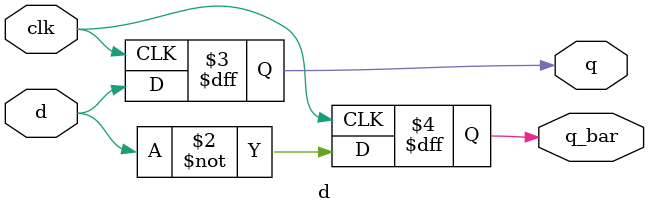
<source format=v>






//REG NO.: 16CO131
//       : 16CO207 


//ABSTRACT: THE FOLLOWING MINI PROJECT IMPLEMENTS A MINI ATM MACHINE BY TAKING THE INPUT AS A 4 BIT PIN AND IF THE PIN 
//          MATCHES THE PREFED CODE THE MACHINE ALLOWS YOU TO DEPOSIT OR WITHDRAW AND IF THE WRONG PIN IS FED FOR MORE THAN 3 TIMES 
//          THE PROCESS TERMINATES. FOR EVERY SUCCESSFULL TRANSACTION THE BALANCE IS ALSO DISPLAYED.


//FUNCTIONALITIES: 1. CHECKS IF THE PIN IS CORRECT:
//                                                 THE MACHINE VERIFIES IF THE PIN ENTERED BY THE USER MATCHES THE PREFED PIN . THIS FUNCIONALITY 
//                                                 IS VERIFIED BY USING A  4 BIT COMPARATOR. 
//                 2. IF THE WRONG PIN IS ENTERED FOR MORE THAN 3 TIMES:
//                                                                       THIS FUNCTIONALITY IS CHECKED BY USING A 4 BIT PARALLEL ADDER SUBTRACTOR
//                                                                       AND AGAIN A COMPARATOR IS USED TO CHECK IF IT IS MORE THAN 3 OR NOT .IF IT IS THEN IT IS INDICATED BY A SIGNAL.     
//                 3. DEPOSIT OPTION: 
//                                    A SELECT OPTION IS GIVEN IF WE WANT TO OPT FOR DEPOSIT OR WITHDRAWAL .
//                                    DEPOSIT FUNCTIONALITY ALLOWS THE USER TO DEPOSIT AN AMOUNT IN THE MACHINE AND IT REMEMBERS THE AMOUNT USING THE D FLIP FLOPS .
//                                    AND A PARALLEL ADDER SUBTRACTOR AGAIN TAKES CARE OF THE TOTAL BALANCE AND ALSO REMEMBERS FOR FURTHER USE.    
//                 4. WITHDRAWAL OPTION:
//                                      WITHDRAWAL FUNCTIONALITY ALLOWS USER TO WITHDRAW FROM THE MACHINE IF SUFFICIENT BALANCE IS PRESENT IN THE MACHINE .
//                                      ELSE IT GIVES AN ERROR SIGNAL INDICATING NO SUFFICIENT BALANCE. IN CASE OF SUCCESSFULL WITHDRAWAL THE BALANCE IS AGAIN GIVEN AS THE OUTPUT.  



//DESCRIPTION OF CODE: THE CODE CONCENTRATES ON THE ABOVE MENTIONED FUNCTIONALITIES.IT MAINLY HAS 4 COMPONENTS 
//                    1. 4 BIT MAGNITUDE COMPARATOR  2. 4 BIT PARALLEL ADDER SUBTRACTOR 3. MULTIPLEXER 4.D FLIP FLOPS
//                    THE CODE CHECKS IF THE PIN ENTERED BY USER AND PREFED PIN IS EQUAL OR NOT . IF IT IS THEN DEPENDING ON MUX SELECT LINES
//                    DEPOSIT AND WITHDRAWAL OPTION IS CHOSEN AND AGAIN DEPENDING ON THE WITHDRAWAL OR DEPOSIT THE BALANCE IS DISPLAYED AFTER ADDING THE AMOUNT OR SUBTRACTING THE AMOUNT.
//                    IF THE INPUT PIN AND PREFED PASSWORD ARE NOT EQUAL THEN A COUNT IS KEPT TO CHECK IF THE WRONG PIN IS NOT FED FOR MORE THAN 3 TIMES IF IT IS FED FOR 3 MORE THAN 3 TIMES THEN
//                    THE PROCESS IS TERMINATED.      



module main(bal,signal,wd,pin,sel,amt,clk,prefed,dout1,dout,less,greater ,equal);

	input [3:0]pin;       //INPUT PIN BY USER
	input [1:0]sel;       //SELECT LINES FOR MUX TO SELECT WITHDRAWAL OR DEPOSIT OPTION
	input [3:0]amt;       //INPUT AMOUNT TO BE DEPOSITED OR WITHDRAWED FROM MACHINE 
	input clk;            //CLOCK
	input [3:0]prefed;    //PREFED PIN WILL BE GIVEN IN TESTBENCH
	input [3:0]bal;       //BALANCE PRESENT IN THE MACHINE
	output signal;        //SIGNAL INDICATING IF WRONG INPUTS ARE 3 OR NOT  
	output wd;            //WITHDRAW SIGNAL INDICATING IF THE AMOUNT WE WANT TO WITHDRAW IS NOT POSSIBLE 
	output [3:0]dout;     // FINAL BALANCE TO BE OUTPUTTED
	output [3:0]dout1; 
	 output less ,greater,equal;

comparator a1(pin,prefed,less,equal,greater);         // COMPARING IF THE INPUT GIVEN BY THE USER IS SIMILAR TO THE PREFED PIN

adder_subtractor_4bit a2(4'b0000,4'b0001,1'b0,dout);  // A COUNTER TO CHECK IF THE NUMBER OF WRONG INPUTS IS LESS THEN 3

assign signal=4'b0001;
assign wd=1'b0;

adder_subtractor_4bit a3(amt,bal,1'b0,dout1);         // DEPOSIT AND WITHDRAWAL OF THE AMOUNT GIVEN BY THE USER


endmodule

module comparator(
    input [3:0]Data_in_A,               //input A
    input [3:0]Data_in_B,               //input B
    output less,                        //high when A is less than B
    output equal,                       //high when A is equal to B
     output greater                     //high when A is greater than B    
    );

     //Internal variables
     reg less;
     reg equal;
     reg greater;

    //When the inputs and A or B are changed execute this block
    always @(Data_in_A or Data_in_B)
     begin
        if(Data_in_A > Data_in_B)   begin              //check if A is bigger than B.
            less = 0;
            equal = 0;
            greater = 1;    end
        else if(Data_in_A == Data_in_B) begin          //Check if A is equal to B
            less = 0;
            equal = 1;
            greater = 0;    end
        else    begin                                 //Otherwise - check for A less than B.
            less = 1;
            equal = 0;
            greater =0;
        end 
    end
endmodule






module adder_subtractor_4bit ( a ,b , select ,dout );         // PARALLEL ADDER SUBTRACTOR

	output [3:0] dout ;

	input [3:0] a ;                                       // INPUT 1
	input [3:0] b ;                                       // INPUT 2
	input select ;                                        // SELECT LINE TO DECIDE IF THE COMPONET WORKS AS ADDER OR A SUBTRACTOR

	wire [2:0]s;
	wire [3:0]l;

	assign l = b ^ {select,select,select,select};

	full_adder u0 (a[0],l[0],select,dout[0],s[0]); // 4 FULL ADDERS PERFORMING THE OPERATION ON THE RESPECTIVE BITS INCLUDING THE CARRY BIT 
	full_adder u1 (a[1],l[1],s[0],dout[1],s[1]);
	full_adder u2 (a[2],l[2],s[1],dout[2],s[2]);
	full_adder u3 (a[3],l[3],s[2],dout[3],);

endmodule





module full_adder (a ,b ,c ,dout ,carry );     // MODULE FOR FULL ADDER WHICH IS BEING USED FOR MAKING 4-BIT PARRALEL ADDER SUBTRACTOR

	output dout ;
	output carry ;

	input a ;
	input b ;
	input c ;
	   
	assign dout = a ^ b ^ c;               // SUM 
	assign carry = (a&b) | (b&c) | (c&a);  // FINAL CARRY 

endmodule


module mux4_1(I0,I1,I2,I3,s2,s1,en,y);

	input I0,I1,I2,I3,s2,s1,en;  // THE MUX SELECTS FROM THE OPTIONS WHTHER IT HAS TO DEPOSIT OR WITHDRAW ACCORDING TO THE USER INPUT

	output y;

	wire y1,y2,y3,y4;

	assign y1 = ((~s2) & (~s1) & en & I0);
	assign y2 = ((~s2) & (s1) & en & I1);
	assign y3 = (s2 & (~s1) & en & I2);
	assign y4 = (s2 & s1 & en & I3);
	assign y = y1 | y2 | y3 | y4;

endmodule





module d(q,q_bar,d,clk);            // D FLIPFLOPS ARE THE MEMORY ELEMENTS WHICH PERFORM THE FUNCTION OF RETAINING THE BALANCE 

	output q,q_bar;

	input d;

	input clk;

	reg q;
	reg q_bar;

	always @(posedge clk)        //	POSITIVE EDGE TRIGGERED
	begin
	q=d;
	q_bar = ~d;
	end
endmodule


</source>
